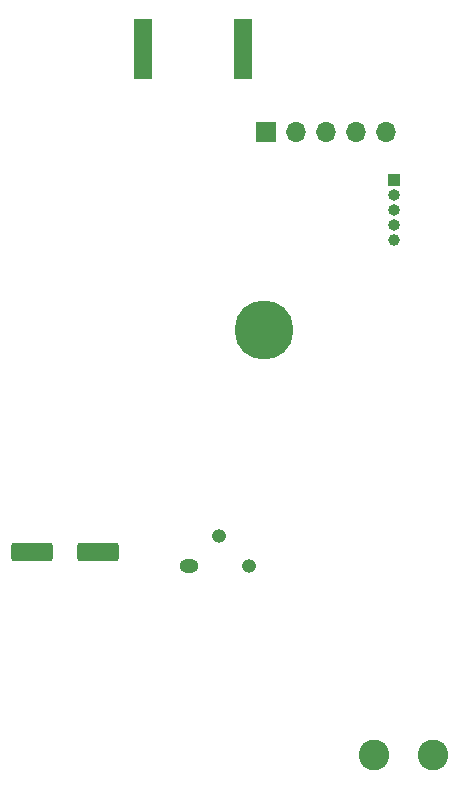
<source format=gbr>
%TF.GenerationSoftware,KiCad,Pcbnew,6.0.11-2627ca5db0~126~ubuntu22.04.1*%
%TF.CreationDate,2023-02-27T20:23:57+01:00*%
%TF.ProjectId,STM32 PIR Sensor,53544d33-3220-4504-9952-2053656e736f,rev?*%
%TF.SameCoordinates,Original*%
%TF.FileFunction,Soldermask,Bot*%
%TF.FilePolarity,Negative*%
%FSLAX46Y46*%
G04 Gerber Fmt 4.6, Leading zero omitted, Abs format (unit mm)*
G04 Created by KiCad (PCBNEW 6.0.11-2627ca5db0~126~ubuntu22.04.1) date 2023-02-27 20:23:57*
%MOMM*%
%LPD*%
G01*
G04 APERTURE LIST*
G04 Aperture macros list*
%AMRoundRect*
0 Rectangle with rounded corners*
0 $1 Rounding radius*
0 $2 $3 $4 $5 $6 $7 $8 $9 X,Y pos of 4 corners*
0 Add a 4 corners polygon primitive as box body*
4,1,4,$2,$3,$4,$5,$6,$7,$8,$9,$2,$3,0*
0 Add four circle primitives for the rounded corners*
1,1,$1+$1,$2,$3*
1,1,$1+$1,$4,$5*
1,1,$1+$1,$6,$7*
1,1,$1+$1,$8,$9*
0 Add four rect primitives between the rounded corners*
20,1,$1+$1,$2,$3,$4,$5,0*
20,1,$1+$1,$4,$5,$6,$7,0*
20,1,$1+$1,$6,$7,$8,$9,0*
20,1,$1+$1,$8,$9,$2,$3,0*%
G04 Aperture macros list end*
%ADD10R,1.500000X5.080000*%
%ADD11C,5.000000*%
%ADD12RoundRect,0.250000X1.500000X0.550000X-1.500000X0.550000X-1.500000X-0.550000X1.500000X-0.550000X0*%
%ADD13O,1.600000X1.200000*%
%ADD14O,1.200000X1.200000*%
%ADD15C,2.600000*%
%ADD16C,1.000000*%
%ADD17O,1.000000X1.000000*%
%ADD18R,1.000000X1.000000*%
%ADD19R,1.700000X1.700000*%
%ADD20O,1.700000X1.700000*%
G04 APERTURE END LIST*
D10*
%TO.C,J2*%
X234579280Y-34400000D03*
X226079280Y-34400000D03*
%TD*%
D11*
%TO.C,H1*%
X236300000Y-58200000D03*
%TD*%
D12*
%TO.C,C14*%
X222256000Y-76962000D03*
X216656000Y-76962000D03*
%TD*%
D13*
%TO.C,U5*%
X229960000Y-78200000D03*
D14*
X232500000Y-75660000D03*
X235040000Y-78200000D03*
%TD*%
D15*
%TO.C,J1*%
X245658000Y-94170000D03*
X250658000Y-94170000D03*
%TD*%
D16*
%TO.C,U10*%
X247344000Y-50556000D03*
D17*
X247344000Y-49286000D03*
X247344000Y-48016000D03*
X247344000Y-46746000D03*
D18*
X247344000Y-45476000D03*
%TD*%
D19*
%TO.C,J3*%
X236474000Y-41402000D03*
D20*
X239014000Y-41402000D03*
X241554000Y-41402000D03*
X244094000Y-41402000D03*
X246634000Y-41402000D03*
%TD*%
M02*

</source>
